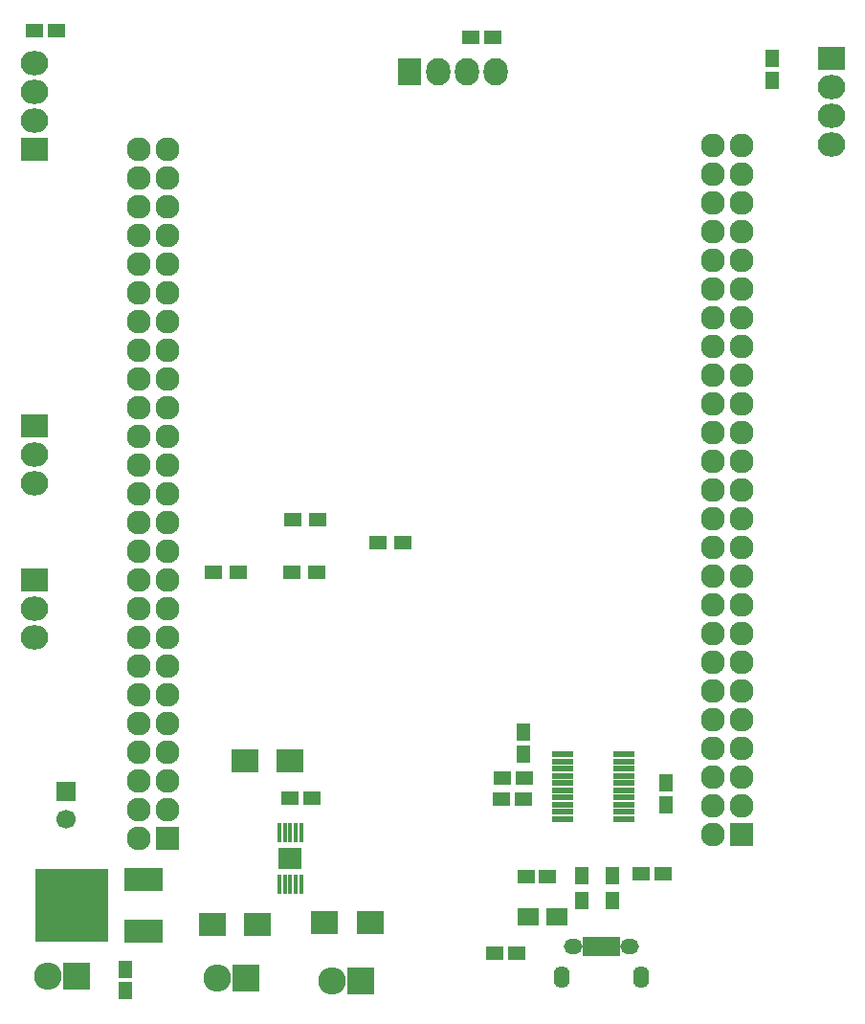
<source format=gts>
G04 #@! TF.FileFunction,Soldermask,Top*
%FSLAX46Y46*%
G04 Gerber Fmt 4.6, Leading zero omitted, Abs format (unit mm)*
G04 Created by KiCad (PCBNEW 4.0.5) date Tue Mar 21 18:47:35 2017*
%MOMM*%
%LPD*%
G01*
G04 APERTURE LIST*
%ADD10C,0.100000*%
%ADD11R,2.400000X2.000000*%
%ADD12R,1.600000X1.150000*%
%ADD13R,1.150000X1.600000*%
%ADD14C,1.700000*%
%ADD15R,1.700000X1.700000*%
%ADD16R,1.900000X1.650000*%
%ADD17R,0.800000X1.750000*%
%ADD18O,1.650000X1.350000*%
%ADD19O,1.400000X1.950000*%
%ADD20R,2.127200X2.127200*%
%ADD21O,2.127200X2.127200*%
%ADD22R,2.432000X2.127200*%
%ADD23O,2.432000X2.127200*%
%ADD24R,2.127200X2.432000*%
%ADD25O,2.127200X2.432000*%
%ADD26R,2.432000X2.432000*%
%ADD27O,2.432000X2.432000*%
%ADD28R,1.600000X1.300000*%
%ADD29R,1.300000X1.600000*%
%ADD30R,0.400000X1.750000*%
%ADD31R,2.080000X1.830000*%
%ADD32R,1.900000X0.550000*%
%ADD33R,3.448000X2.051000*%
%ADD34R,6.496000X6.496000*%
G04 APERTURE END LIST*
D10*
D11*
X112450000Y-103500000D03*
X108450000Y-103500000D03*
D12*
X112450000Y-106800000D03*
X114350000Y-106800000D03*
D11*
X119500000Y-117800000D03*
X115500000Y-117800000D03*
X109550000Y-117950000D03*
X105550000Y-117950000D03*
D12*
X132450000Y-120500000D03*
X130550000Y-120500000D03*
X133050000Y-106900000D03*
X131150000Y-106900000D03*
X143500000Y-113500000D03*
X145400000Y-113500000D03*
X135200000Y-113750000D03*
X133300000Y-113750000D03*
D13*
X145700000Y-107350000D03*
X145700000Y-105450000D03*
X133100000Y-102850000D03*
X133100000Y-100950000D03*
D12*
X133150000Y-105000000D03*
X131250000Y-105000000D03*
D13*
X97850000Y-121900000D03*
X97850000Y-123800000D03*
D14*
X92600000Y-108650000D03*
D15*
X92600000Y-106150000D03*
D13*
X155050000Y-43250000D03*
X155050000Y-41350000D03*
D12*
X130350000Y-39500000D03*
X128450000Y-39500000D03*
X89850000Y-38900000D03*
X91750000Y-38900000D03*
D16*
X133500000Y-117250000D03*
X136000000Y-117250000D03*
D17*
X138699100Y-119937460D03*
X139349100Y-119937460D03*
X139999100Y-119937460D03*
X140649100Y-119937460D03*
X141299100Y-119937460D03*
D18*
X137499100Y-119937460D03*
X142499100Y-119937460D03*
D19*
X136499100Y-122637460D03*
X143499100Y-122637460D03*
D20*
X152400000Y-110000000D03*
D21*
X149860000Y-110000000D03*
X152400000Y-107460000D03*
X149860000Y-107460000D03*
X152400000Y-104920000D03*
X149860000Y-104920000D03*
X152400000Y-102380000D03*
X149860000Y-102380000D03*
X152400000Y-99840000D03*
X149860000Y-99840000D03*
X152400000Y-97300000D03*
X149860000Y-97300000D03*
X152400000Y-94760000D03*
X149860000Y-94760000D03*
X152400000Y-92220000D03*
X149860000Y-92220000D03*
X152400000Y-89680000D03*
X149860000Y-89680000D03*
X152400000Y-87140000D03*
X149860000Y-87140000D03*
X152400000Y-84600000D03*
X149860000Y-84600000D03*
X152400000Y-82060000D03*
X149860000Y-82060000D03*
X152400000Y-79520000D03*
X149860000Y-79520000D03*
X152400000Y-76980000D03*
X149860000Y-76980000D03*
X152400000Y-74440000D03*
X149860000Y-74440000D03*
X152400000Y-71900000D03*
X149860000Y-71900000D03*
X152400000Y-69360000D03*
X149860000Y-69360000D03*
X152400000Y-66820000D03*
X149860000Y-66820000D03*
X152400000Y-64280000D03*
X149860000Y-64280000D03*
X152400000Y-61740000D03*
X149860000Y-61740000D03*
X152400000Y-59200000D03*
X149860000Y-59200000D03*
X152400000Y-56660000D03*
X149860000Y-56660000D03*
X152400000Y-54120000D03*
X149860000Y-54120000D03*
X152400000Y-51580000D03*
X149860000Y-51580000D03*
X152400000Y-49040000D03*
X149860000Y-49040000D03*
D20*
X101600000Y-110320000D03*
D21*
X99060000Y-110320000D03*
X101600000Y-107780000D03*
X99060000Y-107780000D03*
X101600000Y-105240000D03*
X99060000Y-105240000D03*
X101600000Y-102700000D03*
X99060000Y-102700000D03*
X101600000Y-100160000D03*
X99060000Y-100160000D03*
X101600000Y-97620000D03*
X99060000Y-97620000D03*
X101600000Y-95080000D03*
X99060000Y-95080000D03*
X101600000Y-92540000D03*
X99060000Y-92540000D03*
X101600000Y-90000000D03*
X99060000Y-90000000D03*
X101600000Y-87460000D03*
X99060000Y-87460000D03*
X101600000Y-84920000D03*
X99060000Y-84920000D03*
X101600000Y-82380000D03*
X99060000Y-82380000D03*
X101600000Y-79840000D03*
X99060000Y-79840000D03*
X101600000Y-77300000D03*
X99060000Y-77300000D03*
X101600000Y-74760000D03*
X99060000Y-74760000D03*
X101600000Y-72220000D03*
X99060000Y-72220000D03*
X101600000Y-69680000D03*
X99060000Y-69680000D03*
X101600000Y-67140000D03*
X99060000Y-67140000D03*
X101600000Y-64600000D03*
X99060000Y-64600000D03*
X101600000Y-62060000D03*
X99060000Y-62060000D03*
X101600000Y-59520000D03*
X99060000Y-59520000D03*
X101600000Y-56980000D03*
X99060000Y-56980000D03*
X101600000Y-54440000D03*
X99060000Y-54440000D03*
X101600000Y-51900000D03*
X99060000Y-51900000D03*
X101600000Y-49360000D03*
X99060000Y-49360000D03*
D22*
X160300000Y-41320000D03*
D23*
X160300000Y-43860000D03*
X160300000Y-46400000D03*
X160300000Y-48940000D03*
D24*
X122960000Y-42500000D03*
D25*
X125500000Y-42500000D03*
X128040000Y-42500000D03*
X130580000Y-42500000D03*
D22*
X89850000Y-49380000D03*
D23*
X89850000Y-46840000D03*
X89850000Y-44300000D03*
X89850000Y-41760000D03*
D26*
X118650000Y-122950000D03*
D27*
X116110000Y-122950000D03*
D26*
X108540000Y-122700000D03*
D27*
X106000000Y-122700000D03*
D22*
X89800000Y-73870000D03*
D23*
X89800000Y-76410000D03*
X89800000Y-78950000D03*
D22*
X89800000Y-87460000D03*
D23*
X89800000Y-90000000D03*
X89800000Y-92540000D03*
D28*
X107800000Y-86800000D03*
X105600000Y-86800000D03*
X112600000Y-86800000D03*
X114800000Y-86800000D03*
X112650000Y-82150000D03*
X114850000Y-82150000D03*
X120200000Y-84200000D03*
X122400000Y-84200000D03*
D29*
X138250000Y-113650000D03*
X138250000Y-115850000D03*
X140950000Y-113650000D03*
X140950000Y-115850000D03*
D30*
X113450000Y-109800000D03*
X112950000Y-109800000D03*
X112450000Y-109800000D03*
X111950000Y-109800000D03*
X111450000Y-109800000D03*
X111450000Y-114400000D03*
X111950000Y-114400000D03*
X112450000Y-114400000D03*
X112950000Y-114400000D03*
X113450000Y-114400000D03*
D31*
X112450000Y-112100000D03*
D32*
X141950000Y-108607500D03*
X141950000Y-107972500D03*
X141950000Y-107337500D03*
X141950000Y-106702500D03*
X141950000Y-106067500D03*
X141950000Y-105432500D03*
X141950000Y-104797500D03*
X141950000Y-104162500D03*
X141950000Y-103527500D03*
X141950000Y-102892500D03*
X136550000Y-102892500D03*
X136550000Y-103527500D03*
X136550000Y-104162500D03*
X136550000Y-104797500D03*
X136550000Y-105432500D03*
X136550000Y-106067500D03*
X136550000Y-106702500D03*
X136550000Y-107337500D03*
X136550000Y-107972500D03*
X136550000Y-108607500D03*
D33*
X99500000Y-118536000D03*
D34*
X93150000Y-116250000D03*
D33*
X99500000Y-113964000D03*
D26*
X93500000Y-122500000D03*
D27*
X90960000Y-122500000D03*
M02*

</source>
